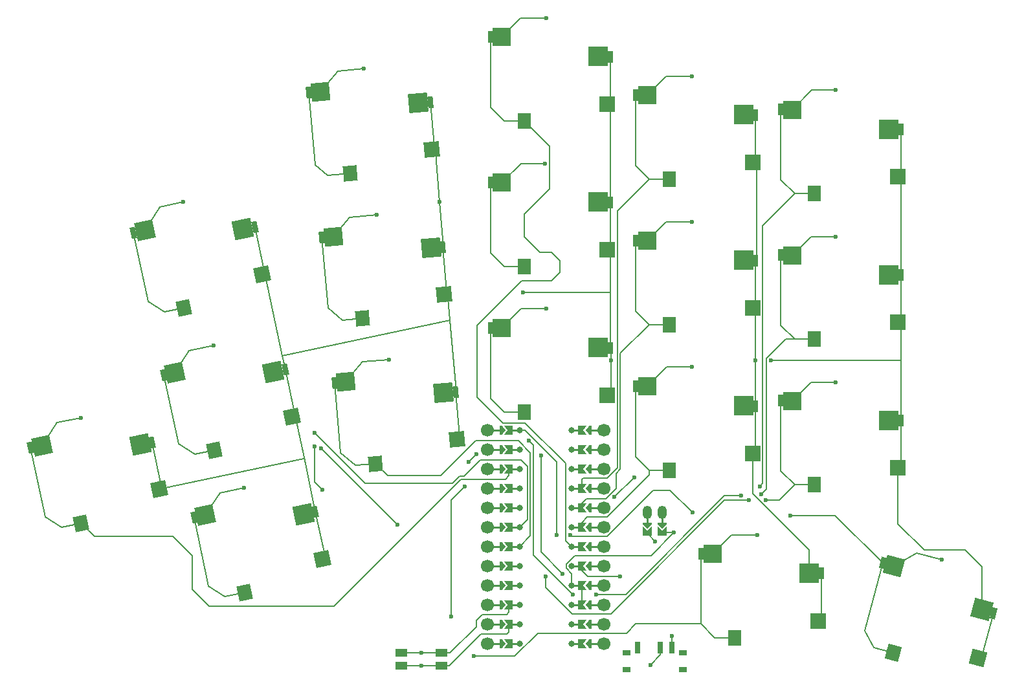
<source format=gbr>
%TF.GenerationSoftware,KiCad,Pcbnew,8.0.4*%
%TF.CreationDate,2024-11-28T23:07:48+01:00*%
%TF.ProjectId,reversible_split,72657665-7273-4696-926c-655f73706c69,v1.0.0*%
%TF.SameCoordinates,Original*%
%TF.FileFunction,Copper,L1,Top*%
%TF.FilePolarity,Positive*%
%FSLAX46Y46*%
G04 Gerber Fmt 4.6, Leading zero omitted, Abs format (unit mm)*
G04 Created by KiCad (PCBNEW 8.0.4) date 2024-11-28 23:07:48*
%MOMM*%
%LPD*%
G01*
G04 APERTURE LIST*
G04 Aperture macros list*
%AMRotRect*
0 Rectangle, with rotation*
0 The origin of the aperture is its center*
0 $1 length*
0 $2 width*
0 $3 Rotation angle, in degrees counterclockwise*
0 Add horizontal line*
21,1,$1,$2,0,0,$3*%
%AMFreePoly0*
4,1,6,0.600000,-1.000000,0.000000,-0.400000,-0.600000,-1.000000,-0.600000,0.250000,0.600000,0.250000,0.600000,-1.000000,0.600000,-1.000000,$1*%
%AMFreePoly1*
4,1,6,0.600000,-0.200000,0.600000,-0.400000,-0.600000,-0.400000,-0.600000,-0.200000,0.000000,0.400000,0.600000,-0.200000,0.600000,-0.200000,$1*%
%AMFreePoly2*
4,1,6,0.500000,-0.625000,0.250000,-0.625000,-0.250000,0.000000,0.250000,0.625000,0.500000,0.625000,0.500000,-0.625000,0.500000,-0.625000,$1*%
%AMFreePoly3*
4,1,6,0.150000,0.000000,0.650000,-0.625000,-0.500000,-0.625000,-0.500000,0.625000,0.650000,0.625000,0.150000,0.000000,0.150000,0.000000,$1*%
G04 Aperture macros list end*
%TA.AperFunction,SMDPad,CuDef*%
%ADD10RotRect,2.500000X2.500000X185.000000*%
%TD*%
%TA.AperFunction,SMDPad,CuDef*%
%ADD11RotRect,2.000000X2.000000X185.000000*%
%TD*%
%TA.AperFunction,SMDPad,CuDef*%
%ADD12RotRect,0.700000X1.500000X5.000000*%
%TD*%
%TA.AperFunction,SMDPad,CuDef*%
%ADD13RotRect,2.400000X2.400000X185.000000*%
%TD*%
%TA.AperFunction,SMDPad,CuDef*%
%ADD14RotRect,1.800000X2.000000X185.000000*%
%TD*%
%TA.AperFunction,SMDPad,CuDef*%
%ADD15R,2.500000X2.500000*%
%TD*%
%TA.AperFunction,SMDPad,CuDef*%
%ADD16R,2.000000X2.000000*%
%TD*%
%TA.AperFunction,SMDPad,CuDef*%
%ADD17R,0.700000X1.500000*%
%TD*%
%TA.AperFunction,SMDPad,CuDef*%
%ADD18R,2.400000X2.400000*%
%TD*%
%TA.AperFunction,SMDPad,CuDef*%
%ADD19R,1.800000X2.000000*%
%TD*%
%TA.AperFunction,SMDPad,CuDef*%
%ADD20R,1.000000X0.800000*%
%TD*%
%TA.AperFunction,SMDPad,CuDef*%
%ADD21RotRect,2.500000X2.500000X192.000000*%
%TD*%
%TA.AperFunction,SMDPad,CuDef*%
%ADD22RotRect,2.000000X2.000000X192.000000*%
%TD*%
%TA.AperFunction,SMDPad,CuDef*%
%ADD23RotRect,0.700000X1.500000X12.000000*%
%TD*%
%TA.AperFunction,SMDPad,CuDef*%
%ADD24RotRect,2.400000X2.400000X192.000000*%
%TD*%
%TA.AperFunction,SMDPad,CuDef*%
%ADD25RotRect,1.800000X2.000000X192.000000*%
%TD*%
%TA.AperFunction,SMDPad,CuDef*%
%ADD26RotRect,2.500000X2.500000X165.000000*%
%TD*%
%TA.AperFunction,SMDPad,CuDef*%
%ADD27RotRect,2.000000X2.000000X165.000000*%
%TD*%
%TA.AperFunction,SMDPad,CuDef*%
%ADD28RotRect,0.700000X1.500000X345.000000*%
%TD*%
%TA.AperFunction,SMDPad,CuDef*%
%ADD29RotRect,2.400000X2.400000X165.000000*%
%TD*%
%TA.AperFunction,SMDPad,CuDef*%
%ADD30RotRect,1.800000X2.000000X165.000000*%
%TD*%
%TA.AperFunction,SMDPad,CuDef*%
%ADD31R,1.550000X1.000000*%
%TD*%
%TA.AperFunction,SMDPad,CuDef*%
%ADD32FreePoly0,180.000000*%
%TD*%
%TA.AperFunction,ComponentPad*%
%ADD33O,1.200000X1.750000*%
%TD*%
%TA.AperFunction,SMDPad,CuDef*%
%ADD34FreePoly1,180.000000*%
%TD*%
%TA.AperFunction,ComponentPad*%
%ADD35C,1.700000*%
%TD*%
%TA.AperFunction,SMDPad,CuDef*%
%ADD36FreePoly2,0.000000*%
%TD*%
%TA.AperFunction,SMDPad,CuDef*%
%ADD37FreePoly2,180.000000*%
%TD*%
%TA.AperFunction,SMDPad,CuDef*%
%ADD38FreePoly3,0.000000*%
%TD*%
%TA.AperFunction,ComponentPad*%
%ADD39C,0.800000*%
%TD*%
%TA.AperFunction,SMDPad,CuDef*%
%ADD40FreePoly3,180.000000*%
%TD*%
%TA.AperFunction,ViaPad*%
%ADD41C,0.600000*%
%TD*%
%TA.AperFunction,Conductor*%
%ADD42C,0.200000*%
%TD*%
%TA.AperFunction,Conductor*%
%ADD43C,0.250000*%
%TD*%
G04 APERTURE END LIST*
D10*
%TO.P,S5,1*%
%TO.N,GND*%
X168441614Y-92953030D03*
D11*
X170180899Y-99064699D03*
D12*
X170039012Y-92853429D03*
%TO.P,S5,2*%
%TO.N,matrix_ring_bottom*%
X154172150Y-91631668D03*
D13*
X155668185Y-91520859D03*
D14*
X159514120Y-102206324D03*
%TD*%
D15*
%TO.P,S13,1*%
%TO.N,GND*%
X207674991Y-56535521D03*
D16*
X208874991Y-62775522D03*
D17*
X209274991Y-56575522D03*
%TO.P,S13,2*%
%TO.N,matrix_index_top*%
X193574991Y-53975522D03*
D18*
X195074991Y-53995522D03*
D19*
X197974991Y-64975521D03*
%TD*%
D20*
%TO.P,PWR1,*%
%TO.N,*%
X199712495Y-126951521D03*
X192412493Y-126951521D03*
X192412494Y-129161519D03*
X199712493Y-129161522D03*
D17*
%TO.P,PWR1,1*%
%TO.N,N/C*%
X193812494Y-126301521D03*
%TO.P,PWR1,2*%
%TO.N,RAW*%
X196812493Y-126301521D03*
%TO.P,PWR1,3*%
%TO.N,pos*%
X198312494Y-126301521D03*
%TD*%
D10*
%TO.P,S7,1*%
%TO.N,GND*%
X165120980Y-54998011D03*
D11*
X166860265Y-61109680D03*
D12*
X166718378Y-54898410D03*
%TO.P,S7,2*%
%TO.N,matrix_ring_top*%
X150851516Y-53676649D03*
D13*
X152347551Y-53565840D03*
D14*
X156193486Y-64251305D03*
%TD*%
D21*
%TO.P,S3,1*%
%TO.N,GND*%
X146166642Y-90186982D03*
D22*
X148637787Y-96041129D03*
D23*
X147739996Y-89893451D03*
%TO.P,S3,2*%
%TO.N,matrix_pinky_home*%
X131842506Y-90614483D03*
D24*
X133313885Y-90322176D03*
D25*
X138433384Y-100459293D03*
%TD*%
D15*
%TO.P,S16,1*%
%TO.N,GND*%
X226674994Y-58440522D03*
D16*
X227874994Y-64680523D03*
D17*
X228274994Y-58480523D03*
%TO.P,S16,2*%
%TO.N,matrix_inner_top*%
X212574994Y-55880523D03*
D18*
X214074994Y-55900523D03*
D19*
X216974994Y-66880522D03*
%TD*%
D15*
%TO.P,S15,1*%
%TO.N,GND*%
X226674992Y-77490522D03*
D16*
X227874992Y-83730523D03*
D17*
X228274992Y-77530523D03*
%TO.P,S15,2*%
%TO.N,matrix_inner_home*%
X212574992Y-74930523D03*
D18*
X214074992Y-74950523D03*
D19*
X216974992Y-85930522D03*
%TD*%
D26*
%TO.P,S18,1*%
%TO.N,GND*%
X238846574Y-121335053D03*
D27*
X238390654Y-127673014D03*
D28*
X240381702Y-121787801D03*
%TO.P,S18,2*%
%TO.N,thumb_reachy*%
X225889597Y-115212935D03*
D29*
X227333309Y-115620482D03*
D30*
X227292660Y-126976923D03*
%TD*%
D15*
%TO.P,S12,1*%
%TO.N,GND*%
X207674992Y-75585519D03*
D16*
X208874992Y-81825520D03*
D17*
X209274992Y-75625520D03*
%TO.P,S12,2*%
%TO.N,matrix_index_home*%
X193574992Y-73025520D03*
D18*
X195074992Y-73045520D03*
D19*
X197974992Y-84025519D03*
%TD*%
D15*
%TO.P,S14,1*%
%TO.N,GND*%
X226674991Y-96540523D03*
D16*
X227874991Y-102780524D03*
D17*
X228274991Y-96580524D03*
%TO.P,S14,2*%
%TO.N,matrix_inner_bottom*%
X212574991Y-93980524D03*
D18*
X214074991Y-94000524D03*
D19*
X216974991Y-104980523D03*
%TD*%
D21*
%TO.P,S2,1*%
%TO.N,GND*%
X150127366Y-108820691D03*
D22*
X152598511Y-114674838D03*
D23*
X151700720Y-108527160D03*
%TO.P,S2,2*%
%TO.N,matrix_pinky_bottom*%
X135803230Y-109248192D03*
D24*
X137274609Y-108955885D03*
D25*
X142394108Y-119093002D03*
%TD*%
D10*
%TO.P,S6,1*%
%TO.N,GND*%
X166781302Y-73975521D03*
D11*
X168520587Y-80087190D03*
D12*
X168378700Y-73875920D03*
%TO.P,S6,2*%
%TO.N,matrix_ring_home*%
X152511838Y-72654159D03*
D13*
X154007873Y-72543350D03*
D14*
X157853808Y-83228815D03*
%TD*%
D15*
%TO.P,S11,1*%
%TO.N,GND*%
X207674991Y-94635521D03*
D16*
X208874991Y-100875522D03*
D17*
X209274991Y-94675522D03*
%TO.P,S11,2*%
%TO.N,matrix_index_bottom*%
X193574991Y-92075522D03*
D18*
X195074991Y-92095522D03*
D19*
X197974991Y-103075521D03*
%TD*%
D15*
%TO.P,S8,1*%
%TO.N,GND*%
X188674992Y-87015522D03*
D16*
X189874992Y-93255523D03*
D17*
X190274992Y-87055523D03*
%TO.P,S8,2*%
%TO.N,matrix_middle_bottom*%
X174574992Y-84455523D03*
D18*
X176074992Y-84475523D03*
D19*
X178974992Y-95455522D03*
%TD*%
D15*
%TO.P,S10,1*%
%TO.N,GND*%
X188674991Y-48915524D03*
D16*
X189874991Y-55155525D03*
D17*
X190274991Y-48955525D03*
%TO.P,S10,2*%
%TO.N,matrix_middle_top*%
X174574991Y-46355525D03*
D18*
X176074991Y-46375525D03*
D19*
X178974991Y-57355524D03*
%TD*%
D21*
%TO.P,S1,1*%
%TO.N,GND*%
X128770056Y-99727414D03*
D22*
X131241201Y-105581561D03*
D23*
X130343410Y-99433883D03*
%TO.P,S1,2*%
%TO.N,matrix_outer_home*%
X114445920Y-100154915D03*
D24*
X115917299Y-99862608D03*
D25*
X121036798Y-109999725D03*
%TD*%
D31*
%TO.P,RST1,1*%
%TO.N,GND*%
X162907488Y-128696021D03*
%TO.P,RST1,2*%
%TO.N,RST*%
X162907488Y-126996021D03*
%TO.P,RST1,3*%
%TO.N,GND*%
X168157488Y-128696021D03*
%TO.P,RST1,4*%
%TO.N,RST*%
X168157488Y-126996021D03*
%TD*%
D15*
%TO.P,S9,1*%
%TO.N,GND*%
X188674994Y-67965523D03*
D16*
X189874994Y-74205524D03*
D17*
X190274994Y-68005524D03*
%TO.P,S9,2*%
%TO.N,matrix_middle_home*%
X174574994Y-65405524D03*
D18*
X176074994Y-65425524D03*
D19*
X178974994Y-76405523D03*
%TD*%
D21*
%TO.P,S4,1*%
%TO.N,GND*%
X142205927Y-71553271D03*
D22*
X144677072Y-77407418D03*
D23*
X143779281Y-71259740D03*
%TO.P,S4,2*%
%TO.N,matrix_pinky_top*%
X127881791Y-71980772D03*
D24*
X129353170Y-71688465D03*
D25*
X134472669Y-81825582D03*
%TD*%
D15*
%TO.P,S17,1*%
%TO.N,GND*%
X216247487Y-116543022D03*
D16*
X217447487Y-122783023D03*
D17*
X217847487Y-116583023D03*
%TO.P,S17,2*%
%TO.N,thumb_tucky*%
X202147487Y-113983023D03*
D18*
X203647487Y-114003023D03*
D19*
X206547487Y-124983022D03*
%TD*%
D32*
%TO.P,JST1,1*%
%TO.N,pos*%
X195062491Y-111421525D03*
%TO.P,JST1,2*%
%TO.N,GND*%
X197062491Y-111421525D03*
D33*
%TO.P,JST1,11*%
%TO.N,JST1_1*%
X195062491Y-108605525D03*
%TO.P,JST1,12*%
%TO.N,JST1_2*%
X197062491Y-108605525D03*
D34*
%TO.P,JST1,21*%
%TO.N,JST1_1*%
X195062491Y-110405525D03*
%TO.P,JST1,22*%
%TO.N,JST1_2*%
X197062491Y-110405525D03*
%TD*%
D35*
%TO.P,MCU1,1*%
%TO.N,MCU1_1*%
X189394985Y-125782276D03*
D36*
X187274985Y-125782274D03*
D35*
%TO.P,MCU1,2*%
%TO.N,MCU1_2*%
X189394988Y-123242274D03*
D36*
X187274988Y-123242274D03*
D35*
%TO.P,MCU1,3*%
%TO.N,MCU1_3*%
X189394988Y-120702274D03*
D36*
X187274988Y-120702274D03*
D35*
%TO.P,MCU1,4*%
%TO.N,MCU1_4*%
X189394988Y-118162274D03*
D36*
X187274988Y-118162273D03*
D35*
%TO.P,MCU1,5*%
%TO.N,MCU1_5*%
X189394988Y-115622274D03*
D36*
X187274988Y-115622274D03*
D35*
%TO.P,MCU1,6*%
%TO.N,MCU1_6*%
X189394989Y-113082274D03*
D36*
X187274988Y-113082274D03*
D35*
%TO.P,MCU1,7*%
%TO.N,MCU1_7*%
X189394988Y-110542274D03*
D36*
X187274988Y-110542274D03*
D35*
%TO.P,MCU1,8*%
%TO.N,MCU1_8*%
X189394988Y-108002274D03*
D36*
X187274988Y-108002274D03*
D35*
%TO.P,MCU1,9*%
%TO.N,MCU1_9*%
X189394988Y-105462274D03*
D36*
X187274988Y-105462274D03*
D35*
%TO.P,MCU1,10*%
%TO.N,MCU1_10*%
X189394989Y-102922274D03*
D36*
X187274988Y-102922274D03*
D35*
%TO.P,MCU1,11*%
%TO.N,MCU1_11*%
X189394988Y-100382274D03*
D36*
X187274988Y-100382274D03*
D35*
%TO.P,MCU1,12*%
%TO.N,MCU1_12*%
X189394988Y-97842274D03*
D36*
X187274988Y-97842274D03*
D37*
%TO.P,MCU1,13*%
%TO.N,MCU1_13*%
X176274990Y-97842274D03*
D35*
X174154988Y-97842273D03*
D37*
%TO.P,MCU1,14*%
%TO.N,MCU1_14*%
X176274991Y-100382274D03*
D35*
X174154991Y-100382272D03*
D37*
%TO.P,MCU1,15*%
%TO.N,MCU1_15*%
X176274988Y-102922274D03*
D35*
X174154988Y-102922274D03*
D37*
%TO.P,MCU1,16*%
%TO.N,MCU1_16*%
X176274988Y-105462274D03*
D35*
X174154988Y-105462274D03*
D37*
%TO.P,MCU1,17*%
%TO.N,MCU1_17*%
X176274988Y-108002275D03*
D35*
X174154988Y-108002274D03*
D37*
%TO.P,MCU1,18*%
%TO.N,MCU1_18*%
X176274988Y-110542274D03*
D35*
X174154988Y-110542274D03*
D37*
%TO.P,MCU1,19*%
%TO.N,MCU1_19*%
X176274988Y-113082274D03*
D35*
X174154987Y-113082274D03*
D37*
%TO.P,MCU1,20*%
%TO.N,MCU1_20*%
X176274988Y-115622274D03*
D35*
X174154988Y-115622274D03*
D37*
%TO.P,MCU1,21*%
%TO.N,MCU1_21*%
X176274988Y-118162274D03*
D35*
X174154988Y-118162274D03*
D37*
%TO.P,MCU1,22*%
%TO.N,MCU1_22*%
X176274988Y-120702274D03*
D35*
X174154988Y-120702274D03*
D37*
%TO.P,MCU1,23*%
%TO.N,MCU1_23*%
X176274988Y-123242274D03*
D35*
X174154987Y-123242274D03*
D37*
%TO.P,MCU1,24*%
%TO.N,MCU1_24*%
X176274988Y-125782274D03*
D35*
X174154988Y-125782274D03*
D38*
%TO.P,MCU1,101*%
%TO.N,matrix_ring_top*%
X186549988Y-125782274D03*
D39*
X185174986Y-125782274D03*
D38*
%TO.P,MCU1,102*%
%TO.N,matrix_middle_bottom*%
X186549988Y-123242274D03*
D39*
X185174988Y-123242274D03*
D38*
%TO.P,MCU1,103*%
%TO.N,GND*%
X186549988Y-120702274D03*
D39*
X185174988Y-120702274D03*
D38*
%TO.P,MCU1,104*%
X186549991Y-118162274D03*
D39*
X185174987Y-118162274D03*
D38*
%TO.P,MCU1,105*%
%TO.N,matrix_middle_home*%
X186549988Y-115622274D03*
D39*
X185174988Y-115622274D03*
D38*
%TO.P,MCU1,106*%
%TO.N,matrix_middle_top*%
X186549988Y-113082274D03*
D39*
X185174989Y-113082274D03*
D38*
%TO.P,MCU1,107*%
%TO.N,matrix_index_bottom*%
X186549988Y-110542274D03*
D39*
X185174988Y-110542274D03*
D38*
%TO.P,MCU1,108*%
%TO.N,matrix_index_home*%
X186549991Y-108002274D03*
D39*
X185174988Y-108002274D03*
D38*
%TO.P,MCU1,109*%
%TO.N,matrix_index_top*%
X186549987Y-105462274D03*
D39*
X185174988Y-105462274D03*
D38*
%TO.P,MCU1,110*%
%TO.N,matrix_inner_bottom*%
X186549987Y-102922275D03*
D39*
X185174988Y-102922274D03*
D38*
%TO.P,MCU1,111*%
%TO.N,matrix_inner_home*%
X186549988Y-100382274D03*
D39*
X185174988Y-100382274D03*
D38*
%TO.P,MCU1,112*%
%TO.N,matrix_inner_top*%
X186549988Y-97842274D03*
D39*
X185174986Y-97842274D03*
%TO.P,MCU1,113*%
%TO.N,thumb_reachy*%
X178374989Y-97842273D03*
D40*
X176999988Y-97842274D03*
D39*
%TO.P,MCU1,114*%
%TO.N,thumb_tucky*%
X178374990Y-100382274D03*
D40*
X176999988Y-100382274D03*
D39*
%TO.P,MCU1,115*%
%TO.N,matrix_outer_home*%
X178374988Y-102922274D03*
D40*
X176999988Y-102922274D03*
D39*
%TO.P,MCU1,116*%
%TO.N,matrix_pinky_bottom*%
X178374988Y-105462274D03*
D40*
X176999988Y-105462274D03*
D39*
%TO.P,MCU1,117*%
%TO.N,matrix_pinky_home*%
X178374989Y-108002274D03*
D40*
X176999985Y-108002274D03*
D39*
%TO.P,MCU1,118*%
%TO.N,matrix_pinky_top*%
X178374988Y-110542274D03*
D40*
X176999988Y-110542274D03*
D39*
%TO.P,MCU1,119*%
%TO.N,matrix_ring_bottom*%
X178374987Y-113082274D03*
D40*
X176999988Y-113082274D03*
D39*
%TO.P,MCU1,120*%
%TO.N,matrix_ring_home*%
X178374988Y-115622274D03*
D40*
X176999988Y-115622274D03*
D39*
%TO.P,MCU1,121*%
%TO.N,VCC*%
X178374988Y-118162274D03*
D40*
X176999985Y-118162274D03*
D39*
%TO.P,MCU1,122*%
%TO.N,RST*%
X178374988Y-120702274D03*
D40*
X176999989Y-120702274D03*
D39*
%TO.P,MCU1,123*%
%TO.N,GND*%
X178374988Y-123242274D03*
D40*
X176999989Y-123242273D03*
D39*
%TO.P,MCU1,124*%
%TO.N,RAW*%
X178374988Y-125782274D03*
D40*
X176999988Y-125782274D03*
%TD*%
D41*
%TO.N,GND*%
X165508135Y-128696019D03*
X190381467Y-88734046D03*
X209274992Y-88734046D03*
X178800000Y-79800000D03*
X198600000Y-111200000D03*
X167952275Y-67934045D03*
X211274989Y-88734045D03*
%TO.N,matrix_outer_home*%
X120989140Y-96197555D03*
%TO.N,matrix_pinky_bottom*%
X142359961Y-105354412D03*
%TO.N,matrix_pinky_home*%
X152600000Y-105600000D03*
X138409640Y-86769606D03*
X151600000Y-100000000D03*
%TO.N,matrix_pinky_top*%
X134417734Y-67989172D03*
X151600000Y-98200000D03*
%TO.N,matrix_ring_bottom*%
X161328721Y-88605680D03*
%TO.N,matrix_ring_home*%
X159672762Y-69677982D03*
%TO.N,matrix_ring_top*%
X157999374Y-50551043D03*
X152400000Y-100200000D03*
X162400000Y-110200000D03*
%TO.N,matrix_middle_bottom*%
X181908133Y-81949244D03*
%TO.N,matrix_middle_home*%
X191544989Y-117000000D03*
X181708130Y-62949244D03*
%TO.N,matrix_middle_top*%
X181908134Y-43949245D03*
%TO.N,matrix_index_bottom*%
X200908138Y-89549243D03*
%TO.N,matrix_index_home*%
X200908133Y-70549246D03*
%TO.N,matrix_index_top*%
X200908136Y-51549245D03*
%TO.N,matrix_inner_bottom*%
X190800000Y-106600000D03*
X219708137Y-91549243D03*
X193400000Y-104000000D03*
X210606246Y-106993754D03*
%TO.N,matrix_inner_home*%
X181800000Y-117000000D03*
X208400000Y-107000000D03*
X181200000Y-101172268D03*
X210000000Y-106200000D03*
X184000000Y-116600000D03*
X219708135Y-72549244D03*
%TO.N,matrix_inner_top*%
X179600000Y-99200000D03*
X219708137Y-53349247D03*
X209800000Y-105200000D03*
X207400000Y-106400000D03*
X185400000Y-119312274D03*
X188400000Y-119312274D03*
%TO.N,thumb_tucky*%
X171200000Y-105200000D03*
X172400000Y-127400000D03*
X209508134Y-111549241D03*
X171694724Y-102000000D03*
X169400000Y-122200000D03*
X172718989Y-100975735D03*
%TO.N,thumb_reachy*%
X201000000Y-108600000D03*
X213800000Y-109000000D03*
X233588217Y-114804990D03*
X185000000Y-111600000D03*
X183200000Y-111600000D03*
%TO.N,RAW*%
X195508138Y-128549244D03*
%TO.N,RST*%
X165508137Y-126996021D03*
%TO.N,pos*%
X196108136Y-112375878D03*
X198312488Y-124753598D03*
%TD*%
D42*
%TO.N,GND*%
X162907491Y-128696019D02*
X165508135Y-128696019D01*
X150127366Y-108820691D02*
X151407189Y-108820691D01*
X228274991Y-64280524D02*
X227874989Y-64680523D01*
X238846573Y-115682612D02*
X238846575Y-121335053D01*
X217847488Y-122383025D02*
X217447491Y-122783025D01*
X216247489Y-113483527D02*
X216247489Y-116543021D01*
X236698008Y-113534046D02*
X238846573Y-115682612D01*
X166860265Y-61109681D02*
X167394436Y-61557900D01*
X151700719Y-108527160D02*
X152906606Y-114200415D01*
X169311727Y-83472655D02*
X147366695Y-88137215D01*
X167223882Y-60676343D02*
X166860265Y-61109681D01*
X147739994Y-89893451D02*
X147366695Y-88137215D01*
X228274989Y-84130524D02*
X227874987Y-83730526D01*
X168520582Y-80087189D02*
X169054753Y-80535412D01*
X190274990Y-74605523D02*
X189874989Y-74205523D01*
X168884195Y-79653848D02*
X168520582Y-80087189D01*
X190274991Y-68005524D02*
X190274987Y-55555520D01*
X209381467Y-75266576D02*
X209381463Y-63282004D01*
X209274989Y-82225521D02*
X208874988Y-81825519D01*
X209274990Y-75373054D02*
X209381467Y-75266576D01*
X167394436Y-61557900D02*
X167952275Y-67934045D01*
X190274991Y-68005524D02*
X190274996Y-73805523D01*
X184474988Y-115912224D02*
X185174987Y-116612223D01*
X190381467Y-87266574D02*
X190381467Y-88734046D01*
D43*
X176999991Y-123242271D02*
X178374987Y-123242271D01*
D42*
X198600000Y-111200000D02*
X195567726Y-114232274D01*
X190274990Y-48955521D02*
X190274992Y-54755523D01*
X130343411Y-99433884D02*
X131549296Y-105107138D01*
X190274991Y-87160098D02*
X190381467Y-87266574D01*
X169161358Y-128696025D02*
X173308136Y-124549246D01*
X150109215Y-101571042D02*
X150194303Y-101440021D01*
X209274990Y-75625526D02*
X209274990Y-75373054D01*
X190274991Y-79800000D02*
X178800000Y-79800000D01*
X168463302Y-73775088D02*
X168378694Y-73875922D01*
X190274996Y-73805523D02*
X189874989Y-74205523D01*
X151700719Y-108527160D02*
X150194303Y-101440021D01*
X131241203Y-105581561D02*
X150109215Y-101571042D01*
X149112221Y-96349230D02*
X148637789Y-96041129D01*
X208874991Y-100875523D02*
X208874993Y-106111031D01*
X228274991Y-58480522D02*
X228274991Y-64280524D01*
X170123617Y-92752600D02*
X170039011Y-92853428D01*
X147739994Y-89893451D02*
X148945882Y-95566707D01*
D43*
X186549991Y-118162273D02*
X185174990Y-118162274D01*
D42*
X209381463Y-63282004D02*
X208874988Y-62775521D01*
X190381467Y-88734046D02*
X190381468Y-92749047D01*
X150194303Y-101440021D02*
X149112221Y-96349230D01*
X148945882Y-95566707D02*
X148637789Y-96041129D01*
X152906606Y-114200415D02*
X152598512Y-114674838D01*
X197284016Y-111200000D02*
X197062491Y-111421525D01*
X228274990Y-77530524D02*
X228274988Y-65080520D01*
X209274992Y-88734046D02*
X209274989Y-82225521D01*
X143779280Y-71259740D02*
X144985167Y-76932995D01*
D43*
X186549989Y-120702273D02*
X185174994Y-120702273D01*
D42*
X176708134Y-124549244D02*
X176999988Y-124257388D01*
X190381468Y-92749047D02*
X189874993Y-93255521D01*
X209274991Y-94675523D02*
X209274991Y-100475523D01*
X209274991Y-94675523D02*
X209274992Y-88734046D01*
X168378694Y-73875922D02*
X168884195Y-79653848D01*
X147366695Y-88137215D02*
X145151494Y-77715512D01*
X228274989Y-96580523D02*
X228274989Y-88734045D01*
X228274992Y-83330524D02*
X227874987Y-83730526D01*
X166718377Y-54898410D02*
X167223882Y-60676343D01*
X130049879Y-99727414D02*
X130343410Y-99433883D01*
X209274991Y-100475523D02*
X208874990Y-100875522D01*
X217847492Y-116583023D02*
X217847488Y-122383025D01*
X195567726Y-114232274D02*
X185575038Y-114232274D01*
X176999988Y-124257388D02*
X176999991Y-123242271D01*
X151407189Y-108820691D02*
X151700720Y-108527160D01*
X227874988Y-110111027D02*
X231298006Y-113534045D01*
X142205927Y-71553271D02*
X143485750Y-71553271D01*
X190274992Y-87055521D02*
X190274991Y-87160098D01*
X169054753Y-80535412D02*
X169311727Y-83472655D01*
X228274989Y-96580523D02*
X228274991Y-102380525D01*
X228274989Y-88734045D02*
X228274989Y-84130524D01*
X190274987Y-55555520D02*
X189874988Y-55155524D01*
X169311727Y-83472655D02*
X170123617Y-92752600D01*
X168157490Y-128696024D02*
X169161358Y-128696025D01*
X209274990Y-56575524D02*
X209274991Y-62375520D01*
X190274991Y-79800000D02*
X190274990Y-74605523D01*
X228274988Y-65080520D02*
X227874989Y-64680523D01*
X228274990Y-77530524D02*
X228274992Y-83330524D01*
X238880552Y-127390172D02*
X238390654Y-127673014D01*
X209274990Y-75625526D02*
X209274992Y-81425523D01*
X231298006Y-113534045D02*
X236698008Y-113534046D01*
X170544514Y-98631357D02*
X170180897Y-99064699D01*
X186549991Y-118162274D02*
X186549991Y-120702271D01*
X147446465Y-90186982D02*
X147739996Y-89893451D01*
X228274989Y-88734045D02*
X211274989Y-88734045D01*
X208874993Y-106111031D02*
X216247489Y-113483527D01*
X198600000Y-111200000D02*
X197284016Y-111200000D01*
X170039011Y-92853428D02*
X170544514Y-98631357D01*
X167952275Y-67934045D02*
X168463302Y-73775088D01*
X143485750Y-71553271D02*
X143779281Y-71259740D01*
X185174987Y-116612223D02*
X185174987Y-118162274D01*
X146166642Y-90186982D02*
X147446465Y-90186982D01*
X128770056Y-99727414D02*
X130049879Y-99727414D01*
X190274992Y-54755523D02*
X189874988Y-55155524D01*
X131549296Y-105107138D02*
X131241203Y-105581561D01*
X173308136Y-124549246D02*
X176708134Y-124549244D01*
X145151494Y-77715512D02*
X144677073Y-77407418D01*
X144985167Y-76932995D02*
X144677073Y-77407418D01*
X184474988Y-115332324D02*
X184474988Y-115912224D01*
X185575038Y-114232274D02*
X184474988Y-115332324D01*
X227874987Y-102780526D02*
X227874988Y-110111027D01*
X186549991Y-120702271D02*
X186549988Y-120702274D01*
X209274991Y-62375520D02*
X208874988Y-62775521D01*
X228274991Y-102380525D02*
X227874986Y-102780523D01*
X209274992Y-81425523D02*
X208874988Y-81825519D01*
X240381702Y-121787802D02*
X238880552Y-127390172D01*
X165508135Y-128696019D02*
X168157490Y-128696024D01*
X190274992Y-87055521D02*
X190274991Y-79800000D01*
%TO.N,matrix_outer_home*%
X135538407Y-118644280D02*
X137738406Y-120844280D01*
X176538406Y-104244280D02*
X176999988Y-103782699D01*
X135538407Y-114233044D02*
X135538407Y-118644280D01*
X121036798Y-109999726D02*
X122751240Y-111714167D01*
X114445922Y-100154914D02*
X116362095Y-109169811D01*
D43*
X176999987Y-102922272D02*
X178374994Y-102922272D01*
D42*
X137738406Y-120844280D02*
X154142521Y-120844280D01*
X154142521Y-120844280D02*
X170742521Y-104244280D01*
X122751240Y-111714167D02*
X133019529Y-111714167D01*
X118477676Y-110543685D02*
X121036798Y-109999726D01*
X176999988Y-103782699D02*
X176999987Y-102922274D01*
X115917299Y-99862608D02*
X117866356Y-96861323D01*
X170742521Y-104244280D02*
X176538406Y-104244280D01*
X116362095Y-109169811D02*
X118477676Y-110543685D01*
X133019529Y-111714167D02*
X135538407Y-114233044D01*
X117866356Y-96861323D02*
X120989140Y-96197555D01*
%TO.N,matrix_pinky_bottom*%
X137719406Y-118263087D02*
X139834987Y-119636961D01*
X135803230Y-109248190D02*
X137719406Y-118263087D01*
X139173601Y-106031692D02*
X142359961Y-105354412D01*
X139834987Y-119636961D02*
X142394108Y-119093004D01*
X137274609Y-108955885D02*
X139173601Y-106031692D01*
D43*
X176999992Y-105462272D02*
X178374989Y-105462272D01*
D42*
%TO.N,matrix_pinky_home*%
X135874262Y-101003251D02*
X138433384Y-100459293D01*
X151600000Y-104600000D02*
X152600000Y-105600000D01*
X133313884Y-90322176D02*
X135174367Y-87457284D01*
D43*
X176999987Y-108002271D02*
X178374989Y-108002274D01*
D42*
X133758681Y-99629378D02*
X135874262Y-101003251D01*
X135174367Y-87457284D02*
X138409640Y-86769606D01*
X131842507Y-90614482D02*
X133758681Y-99629378D01*
X151600000Y-100000000D02*
X151600000Y-104600000D01*
%TO.N,matrix_pinky_top*%
X169621115Y-104800000D02*
X170576835Y-103844280D01*
X129353168Y-71688465D02*
X131329187Y-68645664D01*
X178572274Y-101772274D02*
X179400000Y-102600000D01*
D43*
X176999990Y-110542272D02*
X178374989Y-110542270D01*
D42*
X129797968Y-80995667D02*
X131913545Y-82369541D01*
X179400000Y-109517262D02*
X178374988Y-110542274D01*
X158200000Y-104800000D02*
X169621115Y-104800000D01*
X173227726Y-101772274D02*
X178572274Y-101772274D01*
X171155720Y-103844280D02*
X173227726Y-101772274D01*
X131913545Y-82369541D02*
X134472669Y-81825583D01*
X170576835Y-103844280D02*
X171155720Y-103844280D01*
X127881791Y-71980770D02*
X129797968Y-80995667D01*
X151600000Y-98200000D02*
X158200000Y-104800000D01*
X179400000Y-102600000D02*
X179400000Y-109517262D01*
X131329187Y-68645664D02*
X134417734Y-67989172D01*
%TO.N,matrix_ring_bottom*%
X172656288Y-99232272D02*
X178214938Y-99232272D01*
X155668182Y-91520855D02*
X157859639Y-88909187D01*
D43*
X176999987Y-113082271D02*
X178374986Y-113082272D01*
D42*
X161120085Y-103812289D02*
X168076271Y-103812289D01*
X154172150Y-91631670D02*
X154975403Y-100812892D01*
X179800000Y-111657261D02*
X178374987Y-113082274D01*
X159514120Y-102206324D02*
X161120085Y-103812289D01*
X156907780Y-102434349D02*
X159514121Y-102206323D01*
X154975403Y-100812892D02*
X156907780Y-102434349D01*
X179800000Y-100817334D02*
X179800000Y-111657261D01*
X168076271Y-103812289D02*
X172656288Y-99232272D01*
X157859639Y-88909187D02*
X161328721Y-88605680D01*
X178214938Y-99232272D02*
X179800000Y-100817334D01*
%TO.N,matrix_ring_home*%
X156153870Y-69985843D02*
X159672762Y-69677982D01*
X155247465Y-83456842D02*
X157853801Y-83228817D01*
X154007867Y-72543349D02*
X156153870Y-69985843D01*
X153315084Y-81835383D02*
X155247465Y-83456842D01*
D43*
X176999991Y-115622272D02*
X178374991Y-115622272D01*
D42*
X152511831Y-72654159D02*
X153315084Y-81835383D01*
%TO.N,matrix_ring_top*%
X152400000Y-100200000D02*
X162400000Y-110200000D01*
X151680908Y-63156630D02*
X153288391Y-64505471D01*
D43*
X186549993Y-125782272D02*
X185174992Y-125782270D01*
D42*
X153288391Y-64505471D02*
X156193484Y-64251308D01*
X150851516Y-53676648D02*
X151680908Y-63156630D01*
X154629907Y-50845831D02*
X157999374Y-50551043D01*
X152347553Y-53565840D02*
X154629907Y-50845831D01*
%TO.N,matrix_middle_bottom*%
X178601271Y-81949245D02*
X181908133Y-81949244D01*
X176074991Y-84475519D02*
X178601271Y-81949245D01*
D43*
X186549990Y-123242276D02*
X185174990Y-123242274D01*
D42*
X174574991Y-93671817D02*
X176358697Y-95455522D01*
X176358697Y-95455522D02*
X178974993Y-95455522D01*
X174574992Y-84455524D02*
X174574991Y-93671817D01*
%TO.N,matrix_middle_home*%
X174574992Y-74621818D02*
X176358694Y-76405524D01*
X186549988Y-116252274D02*
X186549988Y-115622274D01*
X187297714Y-117000000D02*
X186549988Y-116252274D01*
X176358694Y-76405524D02*
X178974994Y-76405523D01*
D43*
X186549988Y-115622271D02*
X185174993Y-115622272D01*
D42*
X174574991Y-65405522D02*
X174574992Y-74621818D01*
X176074990Y-65425523D02*
X178551269Y-62949244D01*
X178551269Y-62949244D02*
X181708130Y-62949244D01*
X191544989Y-117000000D02*
X187297714Y-117000000D01*
%TO.N,matrix_middle_top*%
X184400000Y-102200000D02*
X184400000Y-112307285D01*
X182308130Y-60688663D02*
X182308130Y-66238681D01*
X183624994Y-75639229D02*
X183624994Y-77171819D01*
X182541289Y-78255524D02*
X178707618Y-78255524D01*
X174574991Y-46355522D02*
X174574993Y-55571815D01*
X176074988Y-46375525D02*
X178501265Y-43949243D01*
X176223696Y-96912274D02*
X179112274Y-96912274D01*
X181008699Y-74555524D02*
X182541289Y-74555524D01*
X182541289Y-74555524D02*
X183624994Y-75639229D01*
X174574993Y-55571815D02*
X176358695Y-57355526D01*
X182308130Y-66238681D02*
X178974991Y-69571820D01*
X176358695Y-57355526D02*
X178974992Y-57355521D01*
X183624994Y-77171819D02*
X182541289Y-78255524D01*
X178974991Y-72521816D02*
X181008699Y-74555524D01*
X178707618Y-78255524D02*
X172800000Y-84163142D01*
X179112274Y-96912274D02*
X184400000Y-102200000D01*
X172800000Y-93488578D02*
X176223696Y-96912274D01*
X178974991Y-57355524D02*
X182308130Y-60688663D01*
X172800000Y-84163142D02*
X172800000Y-93488578D01*
D43*
X186549991Y-113082271D02*
X185174990Y-113082275D01*
D42*
X184400000Y-112307285D02*
X185174989Y-113082274D01*
X178501265Y-43949243D02*
X181908134Y-43949245D01*
X178974991Y-69571820D02*
X178974991Y-72521816D01*
%TO.N,matrix_index_bottom*%
X197621268Y-89549243D02*
X200908138Y-89549243D01*
X195358694Y-103075520D02*
X195358694Y-103664914D01*
X193574993Y-101291818D02*
X193574992Y-92075524D01*
X195358694Y-103075520D02*
X193574993Y-101291818D01*
X186549988Y-109912274D02*
X186549988Y-110542274D01*
X195358694Y-103664914D02*
X189823608Y-109200000D01*
X189823608Y-109200000D02*
X187262262Y-109200000D01*
X187262262Y-109200000D02*
X186549988Y-109912274D01*
X195074991Y-92095525D02*
X197621268Y-89549243D01*
D43*
X186549986Y-110542272D02*
X185174988Y-110542273D01*
D42*
X197974990Y-103075522D02*
X195358694Y-103075520D01*
%TO.N,matrix_index_home*%
X189683608Y-106800000D02*
X187122265Y-106800000D01*
X191574994Y-87809221D02*
X191574994Y-102934301D01*
X193574991Y-73025520D02*
X193574992Y-82241821D01*
X197571266Y-70549245D02*
X200908133Y-70549246D01*
X195358694Y-84025521D02*
X197974990Y-84025519D01*
X186549991Y-107372274D02*
X186549991Y-108002274D01*
D43*
X186549990Y-108002271D02*
X185174995Y-108002273D01*
D42*
X191574994Y-102934301D02*
X191000000Y-103509295D01*
X187122265Y-106800000D02*
X186549991Y-107372274D01*
X191000000Y-103509295D02*
X191000000Y-105483608D01*
X191000000Y-105483608D02*
X189683608Y-106800000D01*
X195074992Y-73045521D02*
X197571266Y-70549245D01*
X193574992Y-82241821D02*
X195358694Y-84025521D01*
X195358694Y-84025521D02*
X191574994Y-87809221D01*
%TO.N,matrix_index_top*%
X195358694Y-64975519D02*
X191174994Y-69159219D01*
X189871335Y-104072274D02*
X186727726Y-104072274D01*
X191174994Y-69159219D02*
X191174994Y-102768615D01*
X195358694Y-64975519D02*
X197974990Y-64975521D01*
X186549987Y-104250013D02*
X186549987Y-105462274D01*
X195074992Y-53995521D02*
X197521271Y-51549243D01*
X193574993Y-53975522D02*
X193574992Y-63191818D01*
X191174994Y-102768615D02*
X189871335Y-104072274D01*
X197521271Y-51549243D02*
X200908136Y-51549245D01*
X186727726Y-104072274D02*
X186549987Y-104250013D01*
D43*
X186549991Y-105462274D02*
X185174988Y-105462270D01*
D42*
X193574992Y-63191818D02*
X195358694Y-64975519D01*
%TO.N,matrix_inner_bottom*%
X190800000Y-106600000D02*
X193400000Y-104000000D01*
X214358694Y-104980523D02*
X212345463Y-106993754D01*
X212574989Y-103196821D02*
X214358694Y-104980523D01*
X212574988Y-93980526D02*
X212574989Y-103196821D01*
X214074993Y-94000521D02*
X216526271Y-91549243D01*
X216526271Y-91549243D02*
X219708137Y-91549243D01*
D43*
X186549992Y-102922272D02*
X185174989Y-102922271D01*
D42*
X214358694Y-104980523D02*
X216974990Y-104980521D01*
X212345463Y-106993754D02*
X210606246Y-106993754D01*
%TO.N,matrix_inner_home*%
X184000000Y-116600000D02*
X181200000Y-113800000D01*
X214358697Y-85930524D02*
X216974988Y-85930525D01*
X210674989Y-105525011D02*
X210000000Y-106200000D01*
X216476268Y-72549242D02*
X214074990Y-74950522D01*
X212574989Y-74930525D02*
X212574995Y-84146817D01*
X185252274Y-121852274D02*
X181800000Y-118400000D01*
D43*
X186549992Y-100382271D02*
X185174990Y-100382270D01*
D42*
X181200000Y-113800000D02*
X181200000Y-101172268D01*
X208400000Y-107000000D02*
X205165686Y-107000000D01*
X205165686Y-107000000D02*
X190313412Y-121852274D01*
X190313412Y-121852274D02*
X185252274Y-121852274D01*
X181800000Y-118400000D02*
X181800000Y-117000000D01*
X210674989Y-88485516D02*
X210674989Y-105525011D01*
X214358697Y-85930524D02*
X213229981Y-85930524D01*
X213229981Y-85930524D02*
X210674989Y-88485516D01*
X219708135Y-72549244D02*
X216476268Y-72549242D01*
X212574995Y-84146817D02*
X214358697Y-85930524D01*
%TO.N,matrix_inner_top*%
X212574993Y-55880523D02*
X212574992Y-65096819D01*
X185335037Y-119312274D02*
X180201410Y-114178647D01*
X207400000Y-106400000D02*
X205200000Y-106400000D01*
X214358696Y-66880525D02*
X216974993Y-66880521D01*
X214074991Y-55900522D02*
X216626265Y-53349244D01*
X212574992Y-65096819D02*
X214358696Y-66880525D01*
X209800000Y-105200000D02*
X210174991Y-104825009D01*
D43*
X186549991Y-97842273D02*
X185174988Y-97842272D01*
D42*
X205200000Y-106400000D02*
X192287726Y-119312274D01*
X185400000Y-119312274D02*
X185335037Y-119312274D01*
X216626265Y-53349244D02*
X219708137Y-53349247D01*
X210174991Y-71064230D02*
X214358696Y-66880525D01*
X180201410Y-114178647D02*
X180201410Y-99801410D01*
X210174991Y-104825009D02*
X210174991Y-71064230D01*
X180201410Y-99801410D02*
X179600000Y-99200000D01*
X192287726Y-119312274D02*
X188400000Y-119312274D01*
%TO.N,thumb_tucky*%
X169400000Y-122200000D02*
X169400000Y-107000000D01*
X169400000Y-107000000D02*
X171200000Y-105200000D01*
X206101269Y-111549243D02*
X209508134Y-111549241D01*
X202147490Y-113983022D02*
X202147488Y-123199317D01*
X177747212Y-127400000D02*
X180754938Y-124392274D01*
X172400000Y-127400000D02*
X177747212Y-127400000D01*
X203647489Y-114003022D02*
X206101269Y-111549243D01*
X193604290Y-123199317D02*
X202147488Y-123199317D01*
D43*
X176999988Y-100382273D02*
X178374988Y-100382273D01*
D42*
X180754938Y-124392274D02*
X192411333Y-124392274D01*
X171694724Y-102000000D02*
X172718989Y-100975735D01*
X203931198Y-124983023D02*
X206547486Y-124983023D01*
X202147488Y-123199317D02*
X203931198Y-124983023D01*
X192411333Y-124392274D02*
X193604290Y-123199317D01*
%TO.N,thumb_reachy*%
X225889597Y-115212935D02*
X219676662Y-109000000D01*
D43*
X176999990Y-97842274D02*
X178374987Y-97842271D01*
D42*
X201000000Y-108600000D02*
X198088088Y-105688088D01*
X227333310Y-115620483D02*
X230280769Y-113918765D01*
X185092274Y-111692274D02*
X185000000Y-111600000D01*
X179090802Y-97842273D02*
X178374989Y-97842273D01*
X224765513Y-126299777D02*
X227292659Y-126976924D01*
X198088088Y-105688088D02*
X195875520Y-105688088D01*
X225889599Y-115212931D02*
X223504242Y-124115191D01*
X195875520Y-105688088D02*
X189871334Y-111692274D01*
X219676662Y-109000000D02*
X213800000Y-109000000D01*
X189871334Y-111692274D02*
X185092274Y-111692274D01*
X183200000Y-111600000D02*
X183200000Y-101951471D01*
X230280769Y-113918765D02*
X233588217Y-114804990D01*
X223504242Y-124115191D02*
X224765513Y-126299777D01*
X183200000Y-101951471D02*
X179090802Y-97842273D01*
%TO.N,RAW*%
X196812489Y-127244889D02*
X195508138Y-128549244D01*
X196812488Y-126301521D02*
X196812489Y-127244889D01*
D43*
X176999990Y-125782270D02*
X178374997Y-125782271D01*
D42*
%TO.N,RST*%
X162907489Y-126996023D02*
X165508137Y-126996021D01*
X176999988Y-121657386D02*
X176999988Y-120702274D01*
X169261358Y-126996020D02*
X172708133Y-123549243D01*
X173508134Y-121949246D02*
X176708138Y-121949246D01*
X172708132Y-122749241D02*
X173508134Y-121949246D01*
X172708133Y-123549243D02*
X172708132Y-122749241D01*
D43*
X176999988Y-120702274D02*
X178374993Y-120702272D01*
D42*
X176708138Y-121949246D02*
X176999988Y-121657386D01*
X168157487Y-126996024D02*
X169261358Y-126996020D01*
X165508137Y-126996021D02*
X168157487Y-126996024D01*
D43*
%TO.N,VCC*%
X176999991Y-118162271D02*
X178374992Y-118162275D01*
%TO.N,MCU1_24*%
X176274991Y-125782271D02*
X174154988Y-125782270D01*
%TO.N,MCU1_1*%
X189394989Y-125782270D02*
X187274989Y-125782273D01*
%TO.N,MCU1_23*%
X176274992Y-123242277D02*
X174154994Y-123242271D01*
%TO.N,MCU1_2*%
X189394990Y-123242271D02*
X187274989Y-123242275D01*
%TO.N,MCU1_22*%
X176274993Y-120702271D02*
X174154988Y-120702271D01*
%TO.N,MCU1_3*%
X189394988Y-120702269D02*
X187274994Y-120702272D01*
%TO.N,MCU1_21*%
X176274987Y-118162271D02*
X174154994Y-118162273D01*
%TO.N,MCU1_4*%
X189394993Y-118162274D02*
X187274990Y-118162274D01*
%TO.N,MCU1_20*%
X176274991Y-115622271D02*
X174154989Y-115622274D01*
%TO.N,MCU1_5*%
X189394989Y-115622273D02*
X187274988Y-115622271D01*
%TO.N,MCU1_19*%
X176274991Y-113082272D02*
X174154988Y-113082271D01*
%TO.N,MCU1_6*%
X189394992Y-113082273D02*
X187274989Y-113082272D01*
%TO.N,MCU1_18*%
X176274992Y-110542275D02*
X174154988Y-110542273D01*
%TO.N,MCU1_7*%
X189394989Y-110542270D02*
X187274989Y-110542269D01*
%TO.N,MCU1_17*%
X176274990Y-108002272D02*
X174154987Y-108002271D01*
%TO.N,MCU1_8*%
X189394989Y-108002271D02*
X187274990Y-108002272D01*
%TO.N,MCU1_16*%
X176274989Y-105462277D02*
X174154991Y-105462269D01*
%TO.N,MCU1_9*%
X189394991Y-105462273D02*
X187274988Y-105462271D01*
%TO.N,MCU1_15*%
X176274992Y-102922275D02*
X174154988Y-102922272D01*
%TO.N,MCU1_10*%
X189394988Y-102922274D02*
X187274990Y-102922274D01*
%TO.N,MCU1_14*%
X176274990Y-100382270D02*
X174154988Y-100382273D01*
%TO.N,MCU1_11*%
X189394993Y-100382272D02*
X187274991Y-100382270D01*
%TO.N,MCU1_13*%
X176274993Y-97842272D02*
X174154991Y-97842271D01*
%TO.N,MCU1_12*%
X189394989Y-97842273D02*
X187274988Y-97842273D01*
D42*
%TO.N,pos*%
X195062486Y-111421521D02*
X195153782Y-111421524D01*
X198312489Y-126301522D02*
X198312488Y-124753598D01*
X195153782Y-111421524D02*
X196108136Y-112375878D01*
D43*
%TO.N,JST1_1*%
X195062491Y-110405520D02*
X195062492Y-108605523D01*
%TO.N,JST1_2*%
X197062488Y-110405523D02*
X197062490Y-108605520D01*
%TD*%
M02*

</source>
